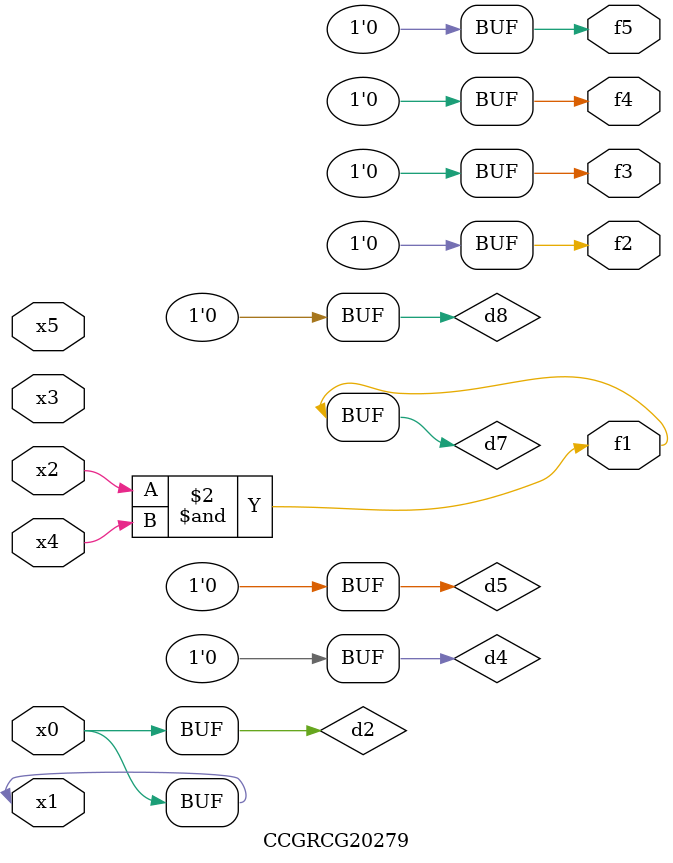
<source format=v>
module CCGRCG20279(
	input x0, x1, x2, x3, x4, x5,
	output f1, f2, f3, f4, f5
);

	wire d1, d2, d3, d4, d5, d6, d7, d8, d9;

	nand (d1, x1);
	buf (d2, x0, x1);
	nand (d3, x2, x4);
	and (d4, d1, d2);
	and (d5, d1, d2);
	nand (d6, d1, d3);
	not (d7, d3);
	xor (d8, d5);
	nor (d9, d5, d6);
	assign f1 = d7;
	assign f2 = d8;
	assign f3 = d8;
	assign f4 = d8;
	assign f5 = d8;
endmodule

</source>
